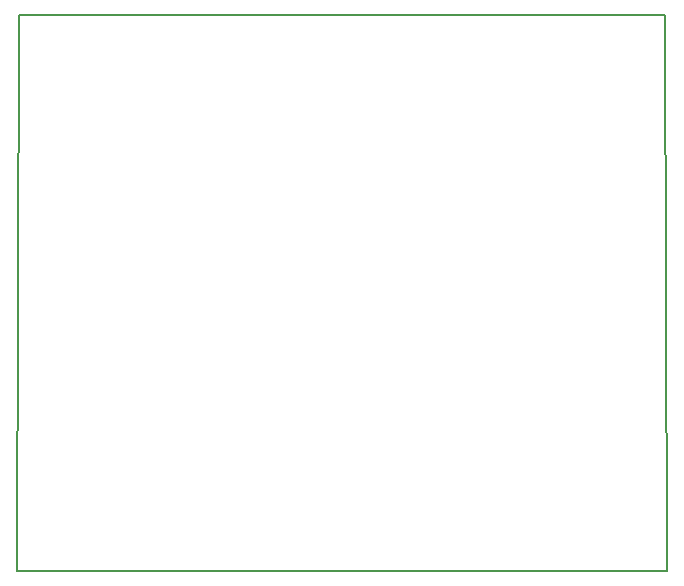
<source format=gbr>
%TF.GenerationSoftware,KiCad,Pcbnew,(5.1.8)-1*%
%TF.CreationDate,2021-05-15T14:33:14+08:00*%
%TF.ProjectId,ccd_with_stm32,6363645f-7769-4746-985f-73746d33322e,rev?*%
%TF.SameCoordinates,Original*%
%TF.FileFunction,Profile,NP*%
%FSLAX46Y46*%
G04 Gerber Fmt 4.6, Leading zero omitted, Abs format (unit mm)*
G04 Created by KiCad (PCBNEW (5.1.8)-1) date 2021-05-15 14:33:14*
%MOMM*%
%LPD*%
G01*
G04 APERTURE LIST*
%TA.AperFunction,Profile*%
%ADD10C,0.150000*%
%TD*%
G04 APERTURE END LIST*
D10*
X69723000Y-148209000D02*
X69850000Y-101092000D01*
X124714000Y-148209000D02*
X69723000Y-148209000D01*
X124587000Y-101092000D02*
X124714000Y-148209000D01*
X69850000Y-101092000D02*
X124587000Y-101092000D01*
M02*

</source>
